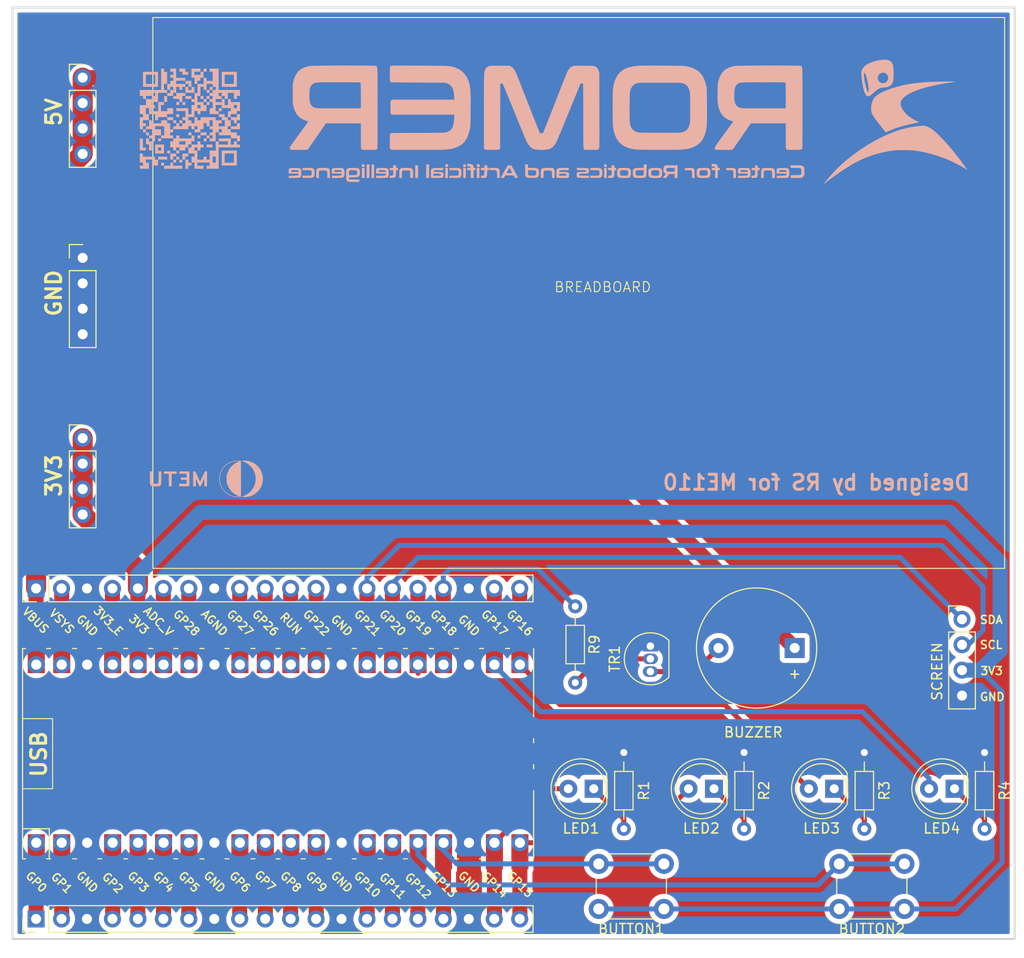
<source format=kicad_pcb>
(kicad_pcb (version 20240108) (generator "pcbnew") (generator_version "8.0")
  (layers (0 "F.Cu" signal) (31 "B.Cu" signal) (34 "B.Paste" user) (35 "F.Paste" user) (36 "B.SilkS" user "B.Silkscreen") (37 "F.SilkS" user "F.Silkscreen") (38 "B.Mask" user) (39 "F.Mask" user) (44 "Edge.Cuts" user))
  (net 0 "")
  (net 1 "Net-(LED1-K)")
  (net 2 "/LED1")
  (net 3 "/LED2")
  (net 4 "Net-(LED2-K)")
  (net 5 "/LED3")
  (net 6 "Net-(LED3-K)")
  (net 7 "/LED4")
  (net 8 "Net-(LED4-K)")
  (net 9 "Net-(J6-Pin_15)")
  (net 10 "Net-(J6-Pin_14)")
  (net 11 "/BUZZER")
  (net 12 "+5V")
  (net 13 "GND")
  (net 14 "+3.3V")
  (net 15 "Net-(J6-Pin_4)")
  (net 16 "Net-(J6-Pin_2)")
  (net 17 "Net-(J6-Pin_1)")
  (net 18 "Net-(J6-Pin_12)")
  (net 19 "Net-(J6-Pin_10)")
  (net 20 "Net-(J6-Pin_11)")
  (net 21 "Net-(J6-Pin_9)")
  (net 22 "Net-(J6-Pin_6)")
  (net 23 "Net-(J6-Pin_5)")
  (net 24 "Net-(J6-Pin_7)")
  (net 25 "Net-(J7-Pin_2)")
  (net 26 "/SDA")
  (net 27 "Net-(J7-Pin_6)")
  (net 28 "/SCL")
  (net 29 "Net-(J7-Pin_10)")
  (net 30 "Net-(J7-Pin_4)")
  (net 31 "Net-(J7-Pin_16)")
  (net 32 "Net-(J7-Pin_12)")
  (net 33 "Net-(J7-Pin_7)")
  (net 34 "Net-(J7-Pin_9)")
  (net 35 "Net-(J7-Pin_11)")
  (net 36 "Net-(BZ1--)")
  (net 37 "Net-(TR1-B)")
  (net 38 "/SW1")
  (net 39 "/SW2")
  (footprint "Library:LED_D5.0mm" (layer "F.Cu") (at 166.65 117.85 180)
    (property "Reference" "LED3")
    (property "Value" "LED")
  )
  (footprint "Library:Buzzer_15x7.5RM7.6" (layer "F.Cu") (at 162.7 103.8 180)
    (property "Reference" "BZ1" (hide yes))
    (property "Value" "Buzzer" (hide yes))
  )
  (footprint "Library:TO-92_Inline" (layer "F.Cu") (at 148.3 106.15 90)
    (property "Reference" "TR1")
    (property "Value" "BC517")
  )
  (footprint "Library:LED_D5.0mm" (layer "F.Cu") (at 142.65 117.85 180)
    (property "Reference" "LED1")
    (property "Value" "LED")
  )
  (footprint "Library:R_Axial_DIN0204_L3.6mm_D1.6mm_P7.62mm_Horizontal" (layer "F.Cu") (at 181.65 121.85 90)
    (property "Reference" "R4")
    (property "Value" "R_US")
  )
  (footprint "Library:R_Axial_DIN0204_L3.6mm_D1.6mm_P7.62mm_Horizontal" (layer "F.Cu") (at 140.8 99.64 -90)
    (property "Reference" "R9")
    (property "Value" "1K")
  )
  (footprint "Library:SW_PUSH_6mm" (layer "F.Cu") (at 149.65 129.85 180)
    (property "Reference" "BUTTON1")
    (property "Value" "SW_SPST")
  )
  (footprint "Library:PinHeader_1x20_P2.54mm_Vertical" (layer "F.Cu") (at 87 97.85 90)
    (property "Reference" "J7" (hide yes))
    (property "Value" "Conn_01x20" (hide yes))
  )
  (footprint "Library:RPi_Pico_SMD_TH" (layer "F.Cu") (at 111.15 114.35 90)
    (property "Reference" "U1" (hide yes))
    (property "Value" "Pico" (hide yes))
  )
  (footprint "Library:PinHeader_1x04_P2.54mm_Vertical" (layer "F.Cu") (at 179.4 100.93)
    (property "Reference" "J8" (hide yes))
    (property "Value" "SCREEN CONNECTOR" (hide yes))
  )
  (footprint "Library:LED_D5.0mm" (layer "F.Cu") (at 178.65 117.85 180)
    (property "Reference" "LED4")
    (property "Value" "LED")
  )
  (footprint "Library:PinHeader_1x04_P2.54mm_Vertical" (layer "F.Cu") (at 91.65 82.85)
    (property "Reference" "J5" (hide yes))
    (property "Value" "3.3V CONNECTOR" (hide yes))
  )
  (footprint "Library:SW_PUSH_6mm" (layer "F.Cu") (at 173.65 129.85 180)
    (property "Reference" "BUTTON2")
    (property "Value" "SW_SPST")
  )
  (footprint "Library:PinHeader_1x20_P2.54mm_Vertical" (layer "F.Cu") (at 87 130.85 90)
    (property "Reference" "J6" (hide yes))
    (property "Value" "Conn_01x20" (hide yes))
  )
  (footprint "Library:LED_D5.0mm" (layer "F.Cu") (at 154.65 117.85 180)
    (property "Reference" "LED2")
    (property "Value" "LED")
  )
  (footprint "Library:PinHeader_1x04_P2.54mm_Vertical" (layer "F.Cu") (at 91.65 64.85)
    (property "Reference" "J4" (hide yes))
    (property "Value" "GND CONNECTOR" (hide yes))
  )
  (footprint "Library:Breadboard" (layer "F.Cu") (at 98.65 40.85)
    (property "Reference" "U2" (hide yes))
    (property "Value" "~" (hide yes))
  )
  (footprint "Library:R_Axial_DIN0204_L3.6mm_D1.6mm_P7.62mm_Horizontal" (layer "F.Cu") (at 169.65 121.85 90)
    (property "Reference" "R3")
    (property "Value" "R_US")
  )
  (footprint "Library:PinHeader_1x04_P2.54mm_Vertical" (layer "F.Cu") (at 91.65 46.85)
    (property "Reference" "J3" (hide yes))
    (property "Value" "5V CONNECTOR" (hide yes))
  )
  (footprint "Library:R_Axial_DIN0204_L3.6mm_D1.6mm_P7.62mm_Horizontal" (layer "F.Cu") (at 157.65 121.85 90)
    (property "Reference" "R2")
    (property "Value" "R_US")
  )
  (footprint "Library:R_Axial_DIN0204_L3.6mm_D1.6mm_P7.62mm_Horizontal" (layer "F.Cu") (at 145.65 121.85 90)
    (property "Reference" "R1")
    (property "Value" "R_US")
  )
  (footprint "Library:LOGO" (layer "B.Cu") (at 145.817523 51.243196 180)
    (property "Reference" "G***" (hide yes))
    (property "Value" "LOGO" (hide yes))
  )
  (footprint "Library:LOGO" (layer "B.Cu") (at 104 86.9 180)
    (property "Reference" "G***" (hide yes))
    (property "Value" "LOGO" (hide yes))
  )
  (footprint "Library:LOGO" (layer "B.Cu") (at 102.35 50.95 180)
    (property "Reference" "G***" (hide yes))
    (property "Value" "LOGO" (hide yes))
  )
  (gr_rect (start 84.65 39.85) (end 184.65 132.85) (stroke (width 0.2)) (fill none) (layer "Edge.Cuts"))
  (gr_text "Designed by RS for ME110" (at 180.35 88.15 0) (layer "B.SilkS") (effects (font (size 1.5 1.5) (thickness 0.3) (bold yes)) (justify left bottom mirror)))
  (gr_text "3V3\n" (at 181.15 106.55 0) (layer "F.SilkS") (effects (font (size 0.8 0.8) (thickness 0.15) (bold yes)) (justify left bottom)))
  (gr_text "SCL\n" (at 181.1 103.95 0) (layer "F.SilkS") (effects (font (size 0.8 0.8) (thickness 0.15) (bold yes)) (justify left bottom)))
  (gr_text "GND" (at 181.1 109.15 0) (layer "F.SilkS") (effects (font (size 0.8 0.8) (thickness 0.15) (bold yes)) (justify left bottom)))
  (gr_text "BUZZER" (at 155.55 112.8 0) (layer "F.SilkS") (effects (font (size 1 1)) (justify left bottom)))
  (gr_text "3V3" (at 89.65 88.85 90) (layer "F.SilkS") (effects (font (size 1.5 1.5) (thickness 0.3) (bold yes)) (justify left bottom)))
  (gr_text "SCREEN" (at 177.5 109.15 90) (layer "F.SilkS") (effects (font (size 1 1)) (justify left bottom)))
  (gr_text "5V" (at 89.65 51.85 90) (layer "F.SilkS") (effects (font (size 1.5 1.5) (thickness 0.3) (bold yes)) (justify left bottom)))
  (gr_text "SDA" (at 181.1 101.45 0) (layer "F.SilkS") (effects (font (size 0.8 0.8) (thickness 0.15) (bold yes)) (justify left bottom)))
  (gr_text "GND" (at 89.65 70.85 90) (layer "F.SilkS") (effects (font (size 1.5 1.5) (thickness 0.3) (bold yes)) (justify left bottom)))
  (segment (start 142.65 117.85) (end 145.65 120.85) (width 0.5) (layer "F.Cu") (net 1))
  (segment (start 145.65 120.85) (end 145.65 121.85) (width 0.5) (layer "F.Cu") (net 1))
  (segment (start 132.74 123.24) (end 132.74 130.83) (width 1.5) (layer "F.Cu") (net 2))
  (segment (start 138.13 117.85) (end 132.74 123.24) (width 0.5) (layer "F.Cu") (net 2))
  (segment (start 140.11 117.85) (end 138.13 117.85) (width 0.5) (layer "F.Cu") (net 2))
  (segment (start 132.74 130.83) (end 132.72 130.85) (width 1.5) (layer "F.Cu") (net 2))
  (segment (start 146.72 123.24) (end 135.28 123.24) (width 0.5) (layer "F.Cu") (net 3))
  (segment (start 135.28 130.83) (end 135.26 130.85) (width 1.5) (layer "F.Cu") (net 3))
  (segment (start 152.11 117.85) (end 146.72 123.24) (width 0.5) (layer "F.Cu") (net 3))
  (segment (start 135.28 123.24) (end 135.28 130.83) (width 1.5) (layer "F.Cu") (net 3))
  (segment (start 157.65 120.85) (end 157.65 121.85) (width 0.5) (layer "F.Cu") (net 4))
  (segment (start 154.65 117.85) (end 157.65 120.85) (width 0.5) (layer "F.Cu") (net 4))
  (segment (start 135.26 105.44) (end 135.28 105.46) (width 1.5) (layer "F.Cu") (net 5))
  (segment (start 139.27 109.45) (end 135.28 105.46) (width 0.5) (layer "F.Cu") (net 5))
  (segment (start 155.71 109.45) (end 139.27 109.45) (width 0.5) (layer "F.Cu") (net 5))
  (segment (start 164.11 117.85) (end 155.71 109.45) (width 0.5) (layer "F.Cu") (net 5))
  (segment (start 135.26 97.85) (end 135.26 105.44) (width 1.5) (layer "F.Cu") (net 5))
  (segment (start 166.65 117.85) (end 169.65 120.85) (width 0.5) (layer "F.Cu") (net 6))
  (segment (start 169.65 120.85) (end 169.65 121.85) (width 0.5) (layer "F.Cu") (net 6))
  (segment (start 132.72 105.44) (end 132.74 105.46) (width 1.5) (layer "F.Cu") (net 7))
  (segment (start 132.72 97.85) (end 132.72 105.44) (width 1.5) (layer "F.Cu") (net 7))
  (segment (start 169.45 110.15) (end 137.35 110.15) (width 0.5) (layer "B.Cu") (net 7))
  (segment (start 176.11 116.81) (end 169.45 110.15) (width 0.5) (layer "B.Cu") (net 7))
  (segment (start 176.11 117.85) (end 176.11 116.81) (width 0.5) (layer "B.Cu") (net 7))
  (segment (start 132.74 105.54) (end 132.74 105.46) (width 0.5) (layer "B.Cu") (net 7))
  (segment (start 137.35 110.15) (end 132.74 105.54) (width 0.5) (layer "B.Cu") (net 7))
  (segment (start 181.65 120.85) (end 181.65 121.85) (width 0.5) (layer "F.Cu") (net 8))
  (segment (start 178.65 117.85) (end 181.65 120.85) (width 0.5) (layer "F.Cu") (net 8))
  (segment (start 122.56 130.85) (end 122.56 123.26) (width 1.5) (layer "F.Cu") (net 9))
  (segment (start 122.56 123.26) (end 122.58 123.24) (width 1.5) (layer "F.Cu") (net 9))
  (segment (start 120.04 123.24) (end 120.04 130.83) (width 1.5) (layer "F.Cu") (net 10))
  (segment (start 120.04 130.83) (end 120.02 130.85) (width 1.5) (layer "F.Cu") (net 10))
  (segment (start 127.64 97.85) (end 127.64 105.44) (width 1.5) (layer "F.Cu") (net 11))
  (segment (start 127.64 105.44) (end 127.66 105.46) (width 1.5) (layer "F.Cu") (net 11))
  (segment (start 127.66 106.06) (end 127.66 105.46) (width 0.5) (layer "F.Cu") (net 11))
  (segment (start 140.8 99.64) (end 137.06 95.9) (width 0.5) (layer "B.Cu") (net 11))
  (segment (start 127.64 96.56) (end 127.64 97.85) (width 0.5) (layer "B.Cu") (net 11))
  (segment (start 128.3 95.9) (end 127.64 96.56) (width 0.5) (layer "B.Cu") (net 11))
  (segment (start 137.06 95.9) (end 128.3 95.9) (width 0.5) (layer "B.Cu") (net 11))
  (segment (start 87 97.85) (end 87 59.12) (width 2) (layer "F.Cu") (net 12))
  (segment (start 87 97.85) (end 87 105.44) (width 1.5) (layer "F.Cu") (net 12))
  (segment (start 91.65 46.85) (end 105.75 46.85) (width 1.5) (layer "F.Cu") (net 12))
  (segment (start 87 105.44) (end 87.02 105.46) (width 1.5) (layer "F.Cu") (net 12))
  (segment (start 87 59.12) (end 91.65 54.47) (width 2) (layer "F.Cu") (net 12))
  (segment (start 91.65 54.47) (end 91.65 46.85) (width 2) (layer "F.Cu") (net 12))
  (segment (start 105.75 46.85) (end 162.7 103.8) (width 1.5) (layer "F.Cu") (net 12))
  (segment (start 130.18 105.44) (end 130.2 105.46) (width 1.5) (layer "F.Cu") (net 13))
  (segment (start 104.78 105.44) (end 104.8 105.46) (width 1.5) (layer "F.Cu") (net 13))
  (segment (start 92.08 105.44) (end 92.1 105.46) (width 1.5) (layer "F.Cu") (net 13))
  (segment (start 104.78 97.85) (end 104.78 105.44) (width 1.5) (layer "F.Cu") (net 13))
  (segment (start 117.48 123.26) (end 117.5 123.24) (width 1.5) (layer "F.Cu") (net 13))
  (segment (start 92.08 123.26) (end 92.1 123.24) (width 1.5) (layer "F.Cu") (net 13))
  (segment (start 104.8 130.83) (end 104.78 130.85) (width 1.5) (layer "F.Cu") (net 13))
  (segment (start 130.18 97.85) (end 130.18 105.44) (width 1.5) (layer "F.Cu") (net 13))
  (segment (start 117.48 105.44) (end 117.5 105.46) (width 1.5) (layer "F.Cu") (net 13))
  (segment (start 104.8 123.24) (end 104.8 130.83) (width 1.5) (layer "F.Cu") (net 13))
  (segment (start 117.48 97.85) (end 117.48 105.44) (width 1.5) (layer "F.Cu") (net 13))
  (segment (start 130.2 123.24) (end 130.2 130.83) (width 1.5) (layer "F.Cu") (net 13))
  (segment (start 92.08 97.85) (end 92.08 105.44) (width 1.5) (layer "F.Cu") (net 13))
  (segment (start 92.08 130.85) (end 92.08 123.26) (width 1.5) (layer "F.Cu") (net 13))
  (segment (start 130.2 130.83) (end 130.18 130.85) (width 1.5) (layer "F.Cu") (net 13))
  (segment (start 117.48 130.85) (end 117.48 123.26) (width 1.5) (layer "F.Cu") (net 13))
  (segment (start 91.65 82.85) (end 91.65 90.47) (width 2) (layer "F.Cu") (net 14))
  (segment (start 179.32 105.93) (end 179.4 106.01) (width 1.5) (layer "F.Cu") (net 14))
  (segment (start 97.16 97.85) (end 97.16 105.44) (width 1.5) (layer "F.Cu") (net 14))
  (segment (start 91.65 90.47) (end 97.16 95.98) (width 2) (layer "F.Cu") (net 14))
  (segment (start 97.16 95.98) (end 97.16 97.85) (width 2) (layer "F.Cu") (net 14))
  (segment (start 97.16 105.44) (end 97.18 105.46) (width 1.5) (layer "F.Cu") (net 14))
  (segment (start 183.4 108.17) (end 181.24 106.01) (width 0.5) (layer "B.Cu") (net 14))
  (segment (start 183.2 95.25) (end 178.2 90.25) (width 1.5) (layer "B.Cu") (net 14))
  (segment (start 143.15 129.85) (end 173.65 129.85) (width 0.5) (layer "B.Cu") (net 14))
  (segment (start 103.4 90.25) (end 97.16 96.49) (width 1.5) (layer "B.Cu") (net 14))
  (segment (start 97.16 96.49) (end 97.16 97.85) (width 1.5) (layer "B.Cu") (net 14))
  (segment (start 181.24 106.01) (end 183.2 104.05) (width 1.5) (layer "B.Cu") (net 14))
  (segment (start 178.75 129.85) (end 183.4 125.2) (width 0.5) (layer "B.Cu") (net 14))
  (segment (start 183.4 125.2) (end 183.4 108.17) (width 0.5) (layer "B.Cu") (net 14))
  (segment (start 178.2 90.25) (end 103.4 90.25) (width 1.5) (layer "B.Cu") (net 14))
  (segment (start 183.2 104.05) (end 183.2 95.25) (width 1.5) (layer "B.Cu") (net 14))
  (segment (start 173.65 129.85) (end 178.75 129.85) (width 0.5) (layer "B.Cu") (net 14))
  (segment (start 179.4 106.01) (end 181.24 106.01) (width 1.5) (layer "B.Cu") (net 14))
  (segment (start 94.64 123.24) (end 94.64 130.83) (width 1.5) (layer "F.Cu") (net 15))
  (segment (start 94.64 130.83) (end 94.62 130.85) (width 1.5) (layer "F.Cu") (net 15))
  (segment (start 89.56 130.83) (end 89.54 130.85) (width 1.5) (layer "F.Cu") (net 16))
  (segment (start 89.56 123.24) (end 89.56 130.83) (width 1.5) (layer "F.Cu") (net 16))
  (segment (start 87 123.26) (end 87.02 123.24) (width 1.5) (layer "F.Cu") (net 17))
  (segment (start 87 130.85) (end 87 123.26) (width 1.5) (layer "F.Cu") (net 17))
  (segment (start 114.96 123.24) (end 114.96 130.83) (width 1.5) (layer "F.Cu") (net 18))
  (segment (start 114.96 130.83) (end 114.94 130.85) (width 1.5) (layer "F.Cu") (net 18))
  (segment (start 109.88 123.24) (end 109.88 130.83) (width 1.5) (layer "F.Cu") (net 19))
  (segment (start 109.88 130.83) (end 109.86 130.85) (width 1.5) (layer "F.Cu") (net 19))
  (segment (start 112.4 123.26) (end 112.42 123.24) (width 1.5) (layer "F.Cu") (net 20))
  (segment (start 112.4 130.85) (end 112.4 123.26) (width 1.5) (layer "F.Cu") (net 20))
  (segment (start 107.32 123.26) (end 107.34 123.24) (width 1.5) (layer "F.Cu") (net 21))
  (segment (start 107.32 130.85) (end 107.32 123.26) (width 1.5) (layer "F.Cu") (net 21))
  (segment (start 99.72 130.83) (end 99.7 130.85) (width 1.5) (layer "F.Cu") (net 22))
  (segment (start 99.72 123.24) (end 99.72 130.83) (width 1.5) (layer "F.Cu") (net 22))
  (segment (start 97.16 123.26) (end 97.18 123.24) (width 1.5) (layer "F.Cu") (net 23))
  (segment (start 97.16 130.85) (end 97.16 123.26) (width 1.5) (layer "F.Cu") (net 23))
  (segment (start 102.24 123.26) (end 102.26 123.24) (width 1.5) (layer "F.Cu") (net 24))
  (segment (start 102.24 130.85) (end 102.24 123.26) (width 1.5) (layer "F.Cu") (net 24))
  (segment (start 89.56 97.87) (end 89.54 97.85) (width 1.5) (layer "F.Cu") (net 25))
  (segment (start 89.56 105.46) (end 89.56 97.87) (width 1.5) (layer "F.Cu") (net 25))
  (segment (start 122.56 105.44) (end 122.58 105.46) (width 1.5) (layer "F.Cu") (net 26))
  (segment (start 122.56 97.85) (end 122.56 105.44) (width 1.5) (layer "F.Cu") (net 26))
  (segment (start 173.22 94.75) (end 125.15 94.75) (width 0.5) (layer "B.Cu") (net 26))
  (segment (start 179.4 100.93) (end 173.22 94.75) (width 0.5) (layer "B.Cu") (net 26))
  (segment (start 125.15 94.75) (end 122.56 97.34) (width 0.5) (layer "B.Cu") (net 26))
  (segment (start 122.56 97.34) (end 122.56 97.85) (width 0.5) (layer "B.Cu") (net 26))
  (segment (start 99.7 105.44) (end 99.72 105.46) (width 1.5) (layer "F.Cu") (net 27))
  (segment (start 99.7 97.85) (end 99.7 105.44) (width 1.5) (layer "F.Cu") (net 27))
  (segment (start 120.02 97.85) (end 120.02 105.44) (width 1.5) (layer "F.Cu") (net 28))
  (segment (start 120.02 105.44) (end 120.04 105.46) (width 1.5) (layer "F.Cu") (net 28))
  (segment (start 180.03 103.47) (end 181.5 102) (width 0.5) (layer "B.Cu") (net 28))
  (segment (start 179.4 103.47) (end 180.03 103.47) (width 0.5) (layer "B.Cu") (net 28))
  (segment (start 123.25 93.55) (end 120.02 96.78) (width 0.5) (layer "B.Cu") (net 28))
  (segment (start 120.02 96.78) (end 120.02 97.85) (width 0.5) (layer "B.Cu") (net 28))
  (segment (start 177.35 93.55) (end 123.25 93.55) (width 0.5) (layer "B.Cu") (net 28))
  (segment (start 181.5 102) (end 181.5 97.7) (width 0.5) (layer "B.Cu") (net 28))
  (segment (start 181.5 97.7) (end 177.35 93.55) (width 0.5) (layer "B.Cu") (net 28))
  (segment (start 109.86 97.85) (end 109.86 105.44) (width 1.5) (layer "F.Cu") (net 29))
  (segment (start 109.86 105.44) (end 109.88 105.46) (width 1.5) (layer "F.Cu") (net 29))
  (segment (start 94.62 97.85) (end 94.62 105.44) (width 1.5) (layer "F.Cu") (net 30))
  (segment (start 94.62 105.44) (end 94.64 105.46) (width 1.5) (layer "F.Cu") (net 30))
  (segment (start 125.1 97.85) (end 125.1 105.44) (width 1.5) (layer "F.Cu") (net 31))
  (segment (start 125.12 105.46) (end 125.12 106.32) (width 0.5) (layer "F.Cu") (net 31))
  (segment (start 125.1 105.44) (end 125.12 105.46) (width 1.5) (layer "F.Cu") (net 31))
  (segment (start 114.94 105.44) (end 114.96 105.46) (width 1.5) (layer "F.Cu") (net 32))
  (segment (start 114.94 97.85) (end 114.94 105.44) (width 1.5) (layer "F.Cu") (net 32))
  (segment (start 102.24 97.85) (end 102.24 105.44) (width 1.5) (layer "F.Cu") (net 33))
  (segment (start 102.24 105.44) (end 102.26 105.46) (width 1.5) (layer "F.Cu") (net 33))
  (segment (start 107.32 97.85) (end 107.32 105.44) (width 1.5) (layer "F.Cu") (net 34))
  (segment (start 107.32 105.44) (end 107.34 105.46) (width 1.5) (layer "F.Cu") (net 34))
  (segment (start 112.4 97.85) (end 112.4 105.44) (width 1.5) (layer "F.Cu") (net 35))
  (segment (start 112.4 105.44) (end 112.42 105.46) (width 1.5) (layer "F.Cu") (net 35))
  (segment (start 155.1 103.8) (end 152.75 106.15) (width 0.5) (layer "F.Cu") (net 36))
  (segment (start 152.75 106.15) (end 148.3 106.15) (width 0.5) (layer "F.Cu") (net 36))
  (segment (start 154.91 103.61) (end 155.1 103.8) (width 0.5) (layer "F.Cu") (net 36))
  (segment (start 140.8 107.26) (end 143.18 104.88) (width 0.5) (layer "F.Cu") (net 37))
  (segment (start 143.18 104.88) (end 148.3 104.88) (width 0.5) (layer "F.Cu") (net 37))
  (segment (start 127.66 130.83) (end 127.64 130.85) (width 1.5) (layer "F.Cu") (net 38))
  (segment (start 127.66 123.24) (end 127.66 130.83) (width 1.5) (layer "F.Cu") (net 38))
  (segment (start 129 125.35) (end 127.66 124.01) (width 0.5) (layer "B.Cu") (net 38))
  (segment (start 127.66 124.01) (end 127.66 123.24) (width 0.5) (layer "B.Cu") (net 38))
  (segment (start 149.65 125.35) (end 129 125.35) (width 0.5) (layer "B.Cu") (net 38))
  (segment (start 125.1 130.85) (end 125.1 123.26) (width 1.5) (layer "F.Cu") (net 39))
  (segment (start 125.1 123.26) (end 125.12 123.24) (width 1.5) (layer "F.Cu") (net 39))
  (segment (start 165.05 127.45) (end 128.15 127.45) (width 0.5) (layer "B.Cu") (net 39))
  (segment (start 167.15 125.35) (end 173.65 125.35) (width 0.5) (layer "B.Cu") (net 39))
  (segment (start 167.15 125.35) (end 165.05 127.45) (width 0.5) (layer "B.Cu") (net 39))
  (segment (start 128.15 127.45) (end 125.12 124.42) (width 0.5) (layer "B.Cu") (net 39))
  (segment (start 125.12 124.42) (end 125.12 123.24) (width 0.5) (layer "B.Cu") (net 39))
  (zone (net 13) (net_name "GND") (layers "F.Cu" "B.Cu") (connect_pads yes (clearance 0.5)) (min_thickness 0.25) (fill yes (thermal_gap 0.5) (thermal_bridge_width 0.5))
    (polygon (pts (xy 83.4 134.75) (xy 83.95 39.1) (xy 185.45 39.1) (xy 185.6 133.6)))
  )
)
</source>
